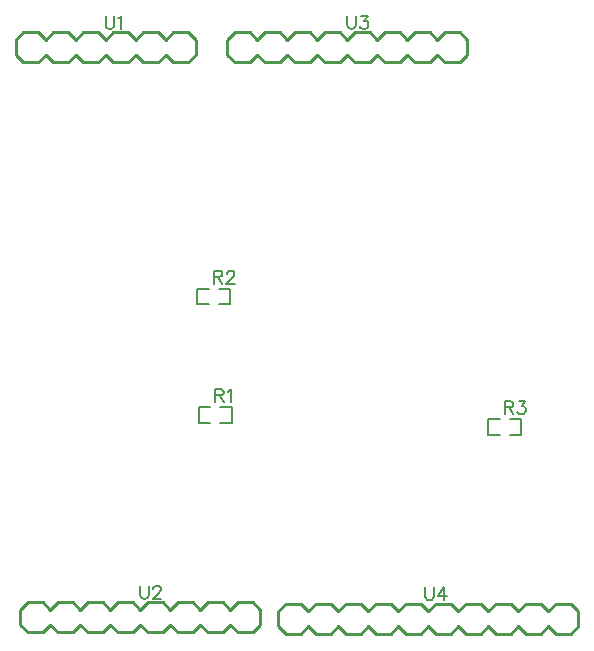
<source format=gto>
G04 Layer: TopSilkscreenLayer*
G04 EasyEDA v6.5.5, 2022-05-22 00:28:19*
G04 37d94133e9fb4008a465715c89777dd1,10*
G04 Gerber Generator version 0.2*
G04 Scale: 100 percent, Rotated: No, Reflected: No *
G04 Dimensions in millimeters *
G04 leading zeros omitted , absolute positions ,4 integer and 5 decimal *
%FSLAX45Y45*%
%MOMM*%

%ADD10C,0.2540*%
%ADD15C,0.1524*%

%LPD*%
D15*
X1816100Y6605015D02*
G01*
X1816100Y6527037D01*
X1821179Y6511544D01*
X1831594Y6501129D01*
X1847342Y6496050D01*
X1857755Y6496050D01*
X1873250Y6501129D01*
X1883663Y6511544D01*
X1888744Y6527037D01*
X1888744Y6605015D01*
X1923034Y6584187D02*
G01*
X1933447Y6589521D01*
X1949195Y6605015D01*
X1949195Y6496050D01*
X2108200Y1779015D02*
G01*
X2108200Y1701037D01*
X2113279Y1685544D01*
X2123693Y1675129D01*
X2139441Y1670050D01*
X2149856Y1670050D01*
X2165350Y1675129D01*
X2175763Y1685544D01*
X2180843Y1701037D01*
X2180843Y1779015D01*
X2220468Y1753107D02*
G01*
X2220468Y1758187D01*
X2225547Y1768602D01*
X2230881Y1773936D01*
X2241295Y1779015D01*
X2261870Y1779015D01*
X2272284Y1773936D01*
X2277618Y1768602D01*
X2282697Y1758187D01*
X2282697Y1747773D01*
X2277618Y1737360D01*
X2267204Y1721865D01*
X2215134Y1670050D01*
X2288031Y1670050D01*
X3860800Y6605015D02*
G01*
X3860800Y6527037D01*
X3865879Y6511544D01*
X3876293Y6501129D01*
X3892041Y6496050D01*
X3902456Y6496050D01*
X3917950Y6501129D01*
X3928363Y6511544D01*
X3933443Y6527037D01*
X3933443Y6605015D01*
X3978147Y6605015D02*
G01*
X4035297Y6605015D01*
X4004309Y6563360D01*
X4019804Y6563360D01*
X4030218Y6558279D01*
X4035297Y6553200D01*
X4040631Y6537452D01*
X4040631Y6527037D01*
X4035297Y6511544D01*
X4024884Y6501129D01*
X4009390Y6496050D01*
X3993895Y6496050D01*
X3978147Y6501129D01*
X3973068Y6506210D01*
X3967734Y6516623D01*
X4521200Y1766315D02*
G01*
X4521200Y1688337D01*
X4526279Y1672844D01*
X4536693Y1662429D01*
X4552441Y1657350D01*
X4562856Y1657350D01*
X4578350Y1662429D01*
X4588763Y1672844D01*
X4593843Y1688337D01*
X4593843Y1766315D01*
X4680204Y1766315D02*
G01*
X4628134Y1693671D01*
X4706111Y1693671D01*
X4680204Y1766315D02*
G01*
X4680204Y1657350D01*
X2743200Y3442715D02*
G01*
X2743200Y3333750D01*
X2743200Y3442715D02*
G01*
X2789936Y3442715D01*
X2805429Y3437636D01*
X2810763Y3432302D01*
X2815843Y3421887D01*
X2815843Y3411473D01*
X2810763Y3401060D01*
X2805429Y3395979D01*
X2789936Y3390900D01*
X2743200Y3390900D01*
X2779522Y3390900D02*
G01*
X2815843Y3333750D01*
X2850134Y3421887D02*
G01*
X2860547Y3427221D01*
X2876295Y3442715D01*
X2876295Y3333750D01*
X2730500Y4446015D02*
G01*
X2730500Y4337050D01*
X2730500Y4446015D02*
G01*
X2777236Y4446015D01*
X2792729Y4440936D01*
X2798063Y4435602D01*
X2803143Y4425187D01*
X2803143Y4414773D01*
X2798063Y4404360D01*
X2792729Y4399279D01*
X2777236Y4394200D01*
X2730500Y4394200D01*
X2766822Y4394200D02*
G01*
X2803143Y4337050D01*
X2842768Y4420107D02*
G01*
X2842768Y4425187D01*
X2847847Y4435602D01*
X2853181Y4440936D01*
X2863595Y4446015D01*
X2884170Y4446015D01*
X2894584Y4440936D01*
X2899918Y4435602D01*
X2904997Y4425187D01*
X2904997Y4414773D01*
X2899918Y4404360D01*
X2889504Y4388865D01*
X2837434Y4337050D01*
X2910331Y4337050D01*
X5194300Y3341115D02*
G01*
X5194300Y3232150D01*
X5194300Y3341115D02*
G01*
X5241036Y3341115D01*
X5256529Y3336036D01*
X5261863Y3330702D01*
X5266943Y3320287D01*
X5266943Y3309873D01*
X5261863Y3299460D01*
X5256529Y3294379D01*
X5241036Y3289300D01*
X5194300Y3289300D01*
X5230622Y3289300D02*
G01*
X5266943Y3232150D01*
X5311647Y3341115D02*
G01*
X5368797Y3341115D01*
X5337809Y3299460D01*
X5353304Y3299460D01*
X5363718Y3294379D01*
X5368797Y3289300D01*
X5374131Y3273552D01*
X5374131Y3263137D01*
X5368797Y3247644D01*
X5358384Y3237229D01*
X5342890Y3232150D01*
X5327395Y3232150D01*
X5311647Y3237229D01*
X5306568Y3242310D01*
X5301234Y3252723D01*
D10*
X1816100Y6273800D02*
G01*
X1752600Y6210300D01*
X1625600Y6210300D01*
X1562100Y6273800D01*
X1562100Y6400800D02*
G01*
X1498600Y6464300D01*
X1371600Y6464300D01*
X1308100Y6400800D01*
X1562100Y6273800D02*
G01*
X1498600Y6210300D01*
X1371600Y6210300D01*
X1308100Y6273800D01*
X2578100Y6400800D02*
G01*
X2578100Y6273800D01*
X1308100Y6400800D02*
G01*
X1244600Y6464300D01*
X1117600Y6464300D01*
X1054100Y6400800D01*
X1308100Y6273800D02*
G01*
X1244600Y6210300D01*
X1117600Y6210300D01*
X1054100Y6273800D01*
X1054100Y6400800D02*
G01*
X1054100Y6273800D01*
X1816100Y6400800D02*
G01*
X1752600Y6464300D01*
X1625600Y6464300D01*
X1562100Y6400800D01*
X2070100Y6400800D02*
G01*
X2006600Y6464300D01*
X1879600Y6464300D01*
X1816100Y6400800D01*
X2070100Y6273800D02*
G01*
X2006600Y6210300D01*
X1879600Y6210300D01*
X1816100Y6273800D01*
X2324100Y6400800D02*
G01*
X2260600Y6464300D01*
X2133600Y6464300D01*
X2070100Y6400800D01*
X2324100Y6273800D02*
G01*
X2260600Y6210300D01*
X2133600Y6210300D01*
X2070100Y6273800D01*
X2578100Y6400800D02*
G01*
X2514600Y6464300D01*
X2387600Y6464300D01*
X2324100Y6400800D01*
X2578100Y6273800D02*
G01*
X2514600Y6210300D01*
X2387600Y6210300D01*
X2324100Y6273800D01*
X1854200Y1447800D02*
G01*
X1790700Y1384300D01*
X1663700Y1384300D01*
X1600200Y1447800D01*
X1600200Y1574800D02*
G01*
X1536700Y1638300D01*
X1409700Y1638300D01*
X1346200Y1574800D01*
X1600200Y1447800D02*
G01*
X1536700Y1384300D01*
X1409700Y1384300D01*
X1346200Y1447800D01*
X3124200Y1574800D02*
G01*
X3124200Y1447800D01*
X1346200Y1574800D02*
G01*
X1282700Y1638300D01*
X1155700Y1638300D01*
X1092200Y1574800D01*
X1346200Y1447800D02*
G01*
X1282700Y1384300D01*
X1155700Y1384300D01*
X1092200Y1447800D01*
X1092200Y1574800D02*
G01*
X1092200Y1447800D01*
X1854200Y1574800D02*
G01*
X1790700Y1638300D01*
X1663700Y1638300D01*
X1600200Y1574800D01*
X2108200Y1574800D02*
G01*
X2044700Y1638300D01*
X1917700Y1638300D01*
X1854200Y1574800D01*
X2108200Y1447800D02*
G01*
X2044700Y1384300D01*
X1917700Y1384300D01*
X1854200Y1447800D01*
X2362200Y1574800D02*
G01*
X2298700Y1638300D01*
X2171700Y1638300D01*
X2108200Y1574800D01*
X2362200Y1447800D02*
G01*
X2298700Y1384300D01*
X2171700Y1384300D01*
X2108200Y1447800D01*
X2616200Y1574800D02*
G01*
X2552700Y1638300D01*
X2425700Y1638300D01*
X2362200Y1574800D01*
X2616200Y1447800D02*
G01*
X2552700Y1384300D01*
X2425700Y1384300D01*
X2362200Y1447800D01*
X2870200Y1574800D02*
G01*
X2806700Y1638300D01*
X2679700Y1638300D01*
X2616200Y1574800D01*
X3124200Y1574800D02*
G01*
X3060700Y1638300D01*
X2933700Y1638300D01*
X2870200Y1574800D01*
X2870200Y1447800D02*
G01*
X2806700Y1384300D01*
X2679700Y1384300D01*
X2616200Y1447800D01*
X3124200Y1447800D02*
G01*
X3060700Y1384300D01*
X2933700Y1384300D01*
X2870200Y1447800D01*
X3606800Y6273800D02*
G01*
X3543300Y6210300D01*
X3416300Y6210300D01*
X3352800Y6273800D01*
X3352800Y6400800D02*
G01*
X3289300Y6464300D01*
X3162300Y6464300D01*
X3098800Y6400800D01*
X3352800Y6273800D02*
G01*
X3289300Y6210300D01*
X3162300Y6210300D01*
X3098800Y6273800D01*
X4876800Y6400800D02*
G01*
X4876800Y6273800D01*
X3098800Y6400800D02*
G01*
X3035300Y6464300D01*
X2908300Y6464300D01*
X2844800Y6400800D01*
X3098800Y6273800D02*
G01*
X3035300Y6210300D01*
X2908300Y6210300D01*
X2844800Y6273800D01*
X2844800Y6400800D02*
G01*
X2844800Y6273800D01*
X3606800Y6400800D02*
G01*
X3543300Y6464300D01*
X3416300Y6464300D01*
X3352800Y6400800D01*
X3860800Y6400800D02*
G01*
X3797300Y6464300D01*
X3670300Y6464300D01*
X3606800Y6400800D01*
X3860800Y6273800D02*
G01*
X3797300Y6210300D01*
X3670300Y6210300D01*
X3606800Y6273800D01*
X4114800Y6400800D02*
G01*
X4051300Y6464300D01*
X3924300Y6464300D01*
X3860800Y6400800D01*
X4114800Y6273800D02*
G01*
X4051300Y6210300D01*
X3924300Y6210300D01*
X3860800Y6273800D01*
X4368800Y6400800D02*
G01*
X4305300Y6464300D01*
X4178300Y6464300D01*
X4114800Y6400800D01*
X4368800Y6273800D02*
G01*
X4305300Y6210300D01*
X4178300Y6210300D01*
X4114800Y6273800D01*
X4622800Y6400800D02*
G01*
X4559300Y6464300D01*
X4432300Y6464300D01*
X4368800Y6400800D01*
X4876800Y6400800D02*
G01*
X4813300Y6464300D01*
X4686300Y6464300D01*
X4622800Y6400800D01*
X4622800Y6273800D02*
G01*
X4559300Y6210300D01*
X4432300Y6210300D01*
X4368800Y6273800D01*
X4876800Y6273800D02*
G01*
X4813300Y6210300D01*
X4686300Y6210300D01*
X4622800Y6273800D01*
X5562597Y1435100D02*
G01*
X5499097Y1371600D01*
X5372097Y1371600D01*
X5308597Y1435100D01*
X5308600Y1435100D02*
G01*
X5245100Y1371600D01*
X5118100Y1371600D01*
X5054600Y1435100D01*
X5816597Y1562100D02*
G01*
X5753097Y1625600D01*
X5626097Y1625600D01*
X5562597Y1562100D01*
X5562597Y1562100D02*
G01*
X5499097Y1625600D01*
X5372097Y1625600D01*
X5308597Y1562100D01*
X5308600Y1562100D02*
G01*
X5245100Y1625600D01*
X5118100Y1625600D01*
X5054600Y1562100D01*
X5816597Y1562100D02*
G01*
X5816597Y1435100D01*
X4038600Y1435100D02*
G01*
X3975100Y1371600D01*
X3848100Y1371600D01*
X3784600Y1435100D01*
X3784600Y1562100D02*
G01*
X3721100Y1625600D01*
X3594100Y1625600D01*
X3530600Y1562100D01*
X3784600Y1435100D02*
G01*
X3721100Y1371600D01*
X3594100Y1371600D01*
X3530600Y1435100D01*
X3530600Y1562100D02*
G01*
X3467100Y1625600D01*
X3340100Y1625600D01*
X3276600Y1562100D01*
X3530600Y1435100D02*
G01*
X3467100Y1371600D01*
X3340100Y1371600D01*
X3276600Y1435100D01*
X3276600Y1562100D02*
G01*
X3276600Y1435100D01*
X4038600Y1562100D02*
G01*
X3975100Y1625600D01*
X3848100Y1625600D01*
X3784600Y1562100D01*
X4292600Y1562100D02*
G01*
X4229100Y1625600D01*
X4102100Y1625600D01*
X4038600Y1562100D01*
X4292600Y1435100D02*
G01*
X4229100Y1371600D01*
X4102100Y1371600D01*
X4038600Y1435100D01*
X4546600Y1562100D02*
G01*
X4483100Y1625600D01*
X4356100Y1625600D01*
X4292600Y1562100D01*
X4546600Y1435100D02*
G01*
X4483100Y1371600D01*
X4356100Y1371600D01*
X4292600Y1435100D01*
X4800600Y1562100D02*
G01*
X4737100Y1625600D01*
X4610100Y1625600D01*
X4546600Y1562100D01*
X4800600Y1435100D02*
G01*
X4737100Y1371600D01*
X4610100Y1371600D01*
X4546600Y1435100D01*
X5054600Y1562100D02*
G01*
X4991100Y1625600D01*
X4864100Y1625600D01*
X4800600Y1562100D01*
X5054600Y1435100D02*
G01*
X4991100Y1371600D01*
X4864100Y1371600D01*
X4800600Y1435100D01*
X5816597Y1435100D02*
G01*
X5753097Y1371600D01*
X5626097Y1371600D01*
X5562597Y1435100D01*
D15*
X2785821Y3159739D02*
G01*
X2881708Y3159739D01*
X2881708Y3291860D01*
X2785821Y3291860D01*
X2700578Y3159739D02*
G01*
X2604691Y3159739D01*
X2604691Y3291860D01*
X2700578Y3291860D01*
X2773121Y4163039D02*
G01*
X2869008Y4163039D01*
X2869008Y4295160D01*
X2773121Y4295160D01*
X2687878Y4163039D02*
G01*
X2591991Y4163039D01*
X2591991Y4295160D01*
X2687878Y4295160D01*
X5236921Y3058139D02*
G01*
X5332808Y3058139D01*
X5332808Y3190260D01*
X5236921Y3190260D01*
X5151678Y3058139D02*
G01*
X5055791Y3058139D01*
X5055791Y3190260D01*
X5151678Y3190260D01*
M02*

</source>
